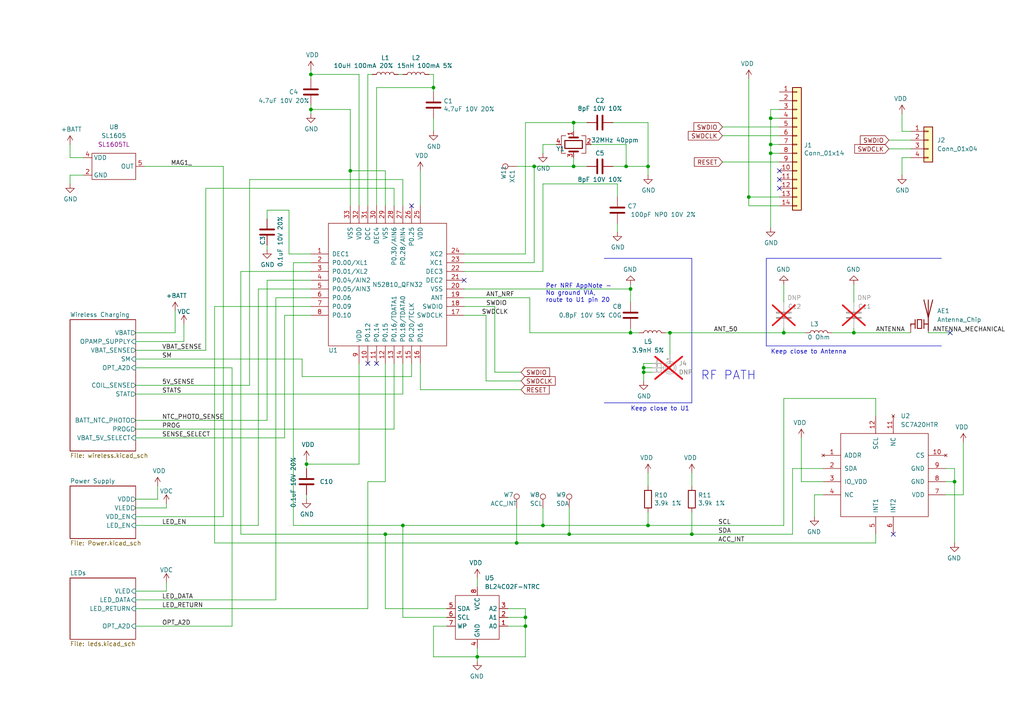
<source format=kicad_sch>
(kicad_sch (version 20250114) (generator "eeschema") (generator_version "9.0")
  (paper "A4")
  (title_block (title "Pixels D12 Schematic, Main") (date "2025-10-10") (rev "13") (company "Systemic Games, LLC") (comment 1 "Main MCU, Accelerometer and Radio"))
  (lib_symbols
    (symbol "Connector_Generic:Conn_01x04" (pin_names (offset 1.016) (hide yes))
      (property "Reference" "J" (at 0 5.08 0))
      (property "Value" "Conn_01x04" (at 0 -7.62 0))
      (symbol "Conn_01x04_1_1"
        (rectangle (start -1.27 3.81) (end 1.27 -6.35) (stroke (width 0.254)) (fill (type background)))
        (rectangle (start -1.27 2.667) (end 0 2.413) (stroke (width 0.1524)))
        (rectangle (start -1.27 0.127) (end 0 -0.127) (stroke (width 0.1524)))
        (rectangle (start -1.27 -2.413) (end 0 -2.667) (stroke (width 0.1524)))
        (rectangle (start -1.27 -4.953) (end 0 -5.207) (stroke (width 0.1524)))
        (pin passive line (at -5.08 2.54 0) (length 3.81) (name "Pin_1") (number "1"))
        (pin passive line (at -5.08 0 0) (length 3.81) (name "Pin_2") (number "2"))
        (pin passive line (at -5.08 -2.54 0) (length 3.81) (name "Pin_3") (number "3"))
        (pin passive line (at -5.08 -5.08 0) (length 3.81) (name "Pin_4") (number "4"))
      )
    )
    (symbol "Connector_Generic:Conn_01x14" (pin_names (offset 1.016) (hide yes))
      (property "Reference" "J" (at 0 17.78 0))
      (property "Value" "Conn_01x14" (at 0 -20.32 0))
      (symbol "Conn_01x14_1_1"
        (rectangle (start -1.27 16.51) (end 1.27 -19.05) (stroke (width 0.254)) (fill (type background)))
        (rectangle (start -1.27 15.367) (end 0 15.113) (stroke (width 0.1524)))
        (rectangle (start -1.27 12.827) (end 0 12.573) (stroke (width 0.1524)))
        (rectangle (start -1.27 10.287) (end 0 10.033) (stroke (width 0.1524)))
        (rectangle (start -1.27 7.747) (end 0 7.493) (stroke (width 0.1524)))
        (rectangle (start -1.27 5.207) (end 0 4.953) (stroke (width 0.1524)))
        (rectangle (start -1.27 2.667) (end 0 2.413) (stroke (width 0.1524)))
        (rectangle (start -1.27 0.127) (end 0 -0.127) (stroke (width 0.1524)))
        (rectangle (start -1.27 -2.413) (end 0 -2.667) (stroke (width 0.1524)))
        (rectangle (start -1.27 -4.953) (end 0 -5.207) (stroke (width 0.1524)))
        (rectangle (start -1.27 -7.493) (end 0 -7.747) (stroke (width 0.1524)))
        (rectangle (start -1.27 -10.033) (end 0 -10.287) (stroke (width 0.1524)))
        (rectangle (start -1.27 -12.573) (end 0 -12.827) (stroke (width 0.1524)))
        (rectangle (start -1.27 -15.113) (end 0 -15.367) (stroke (width 0.1524)))
        (rectangle (start -1.27 -17.653) (end 0 -17.907) (stroke (width 0.1524)))
        (pin passive line (at -5.08 15.24 0) (length 3.81) (name "Pin_1") (number "1"))
        (pin passive line (at -5.08 12.7 0) (length 3.81) (name "Pin_2") (number "2"))
        (pin passive line (at -5.08 10.16 0) (length 3.81) (name "Pin_3") (number "3"))
        (pin passive line (at -5.08 7.62 0) (length 3.81) (name "Pin_4") (number "4"))
        (pin passive line (at -5.08 5.08 0) (length 3.81) (name "Pin_5") (number "5"))
        (pin passive line (at -5.08 2.54 0) (length 3.81) (name "Pin_6") (number "6"))
        (pin passive line (at -5.08 0 0) (length 3.81) (name "Pin_7") (number "7"))
        (pin passive line (at -5.08 -2.54 0) (length 3.81) (name "Pin_8") (number "8"))
        (pin passive line (at -5.08 -5.08 0) (length 3.81) (name "Pin_9") (number "9"))
        (pin passive line (at -5.08 -7.62 0) (length 3.81) (name "Pin_10") (number "10"))
        (pin passive line (at -5.08 -10.16 0) (length 3.81) (name "Pin_11") (number "11"))
        (pin passive line (at -5.08 -12.7 0) (length 3.81) (name "Pin_12") (number "12"))
        (pin passive line (at -5.08 -15.24 0) (length 3.81) (name "Pin_13") (number "13"))
        (pin passive line (at -5.08 -17.78 0) (length 3.81) (name "Pin_14") (number "14"))
      )
    )
    (symbol "Device:Antenna_Chip" (pin_numbers (hide yes)) (pin_names (offset 1.016) (hide yes))
      (property "Reference" "AE" (at 0 5.08 0))
      (property "Value" "Antenna_Chip" (at 0 3.175 0))
      (symbol "Antenna_Chip_0_1"
        (polyline (pts (xy -2.54 0) (xy -2.54 -0.635)) (stroke (width 0.254)))
        (polyline (pts (xy -2.54 0) (xy -1.27 0)) (stroke (width 0.254)))
        (polyline (pts (xy -1.27 1.27) (xy -1.27 -1.27) (xy -1.27 0)) (stroke (width 0.254)))
        (polyline (pts (xy -0.635 1.27) (xy 0.635 1.27) (xy 0.635 -1.27) (xy -0.635 -1.27) (xy -0.635 1.27)) (stroke (width 0.254)))
        (polyline (pts (xy 1.27 1.27) (xy 1.27 -1.27)) (stroke (width 0.254)))
        (polyline (pts (xy 1.27 0) (xy 2.54 0)) (stroke (width 0.254)))
        (polyline (pts (xy 2.54 6.985) (xy 2.54 -1.905)) (stroke (width 0.254)))
        (polyline (pts (xy 2.54 -0.635) (xy 2.54 0)))
        (polyline (pts (xy 3.81 6.985) (xy 2.54 1.905) (xy 1.27 6.985)) (stroke (width 0.254)))
      )
      (symbol "Antenna_Chip_1_1"
        (pin input line (at -2.54 -2.54 90) (length 2.54) (name "FEED") (number "1"))
        (pin passive line (at 2.54 -2.54 90) (length 2.54) (name "PCB_Trace") (number "2"))
      )
    )
    (symbol "Device:C" (pin_numbers (hide yes)) (pin_names (offset 0.254))
      (property "Reference" "C" (at 0.635 2.54 0))
      (property "Value" "C" (at 0.635 -2.54 0))
      (symbol "C_0_1"
        (polyline (pts (xy -2.032 0.762) (xy 2.032 0.762)) (stroke (width 0.508)))
        (polyline (pts (xy -2.032 -0.762) (xy 2.032 -0.762)) (stroke (width 0.508)))
      )
      (symbol "C_1_1"
        (pin passive line (at 0 3.81 270) (length 2.794) (name "~") (number "1"))
        (pin passive line (at 0 -3.81 90) (length 2.794) (name "~") (number "2"))
      )
    )
    (symbol "Device:Crystal_GND24" (pin_names (offset 1.016) (hide yes))
      (property "Reference" "Y" (at 3.175 5.08 0))
      (property "Value" "Crystal_GND24" (at 3.175 3.175 0))
      (symbol "Crystal_GND24_0_1"
        (polyline (pts (xy -2.54 2.286) (xy -2.54 3.556) (xy 2.54 3.556) (xy 2.54 2.286)))
        (polyline (pts (xy -2.54 0) (xy -2.032 0)))
        (polyline (pts (xy -2.54 -2.286) (xy -2.54 -3.556) (xy 2.54 -3.556) (xy 2.54 -2.286)))
        (polyline (pts (xy -2.032 -1.27) (xy -2.032 1.27)) (stroke (width 0.508)))
        (rectangle (start -1.143 2.54) (end 1.143 -2.54) (stroke (width 0.3048)))
        (polyline (pts (xy 0 3.556) (xy 0 3.81)))
        (polyline (pts (xy 0 -3.81) (xy 0 -3.556)))
        (polyline (pts (xy 2.032 0) (xy 2.54 0)))
        (polyline (pts (xy 2.032 -1.27) (xy 2.032 1.27)) (stroke (width 0.508)))
      )
      (symbol "Crystal_GND24_1_1"
        (pin passive line (at -3.81 0 0) (length 1.27) (name "1") (number "1"))
        (pin passive line (at 0 5.08 270) (length 1.27) (name "2") (number "2"))
        (pin passive line (at 0 -5.08 90) (length 1.27) (name "4") (number "4"))
        (pin passive line (at 3.81 0 180) (length 1.27) (name "3") (number "3"))
      )
    )
    (symbol "Device:L" (pin_numbers (hide yes)) (pin_names (offset 1.016) (hide yes))
      (property "Reference" "L" (at -1.27 0 90))
      (property "Value" "L" (at 1.905 0 90))
      (symbol "L_0_1"
        (arc (start 0 2.54) (mid 0.6323 1.905) (end 0 1.27))
        (arc (start 0 1.27) (mid 0.6323 0.635) (end 0 0))
        (arc (start 0 0) (mid 0.6323 -0.635) (end 0 -1.27))
        (arc (start 0 -1.27) (mid 0.6323 -1.905) (end 0 -2.54))
      )
      (symbol "L_1_1"
        (pin passive line (at 0 3.81 270) (length 1.27) (name "1") (number "1"))
        (pin passive line (at 0 -3.81 90) (length 1.27) (name "2") (number "2"))
      )
    )
    (symbol "Device:R" (pin_numbers (hide yes)) (pin_names (offset 0))
      (property "Reference" "R" (at 2.032 0 90))
      (property "Value" "R" (at 0 0 90))
      (symbol "R_0_1"
        (rectangle (start -1.016 -2.54) (end 1.016 2.54) (stroke (width 0.254)))
      )
      (symbol "R_1_1"
        (pin passive line (at 0 3.81 270) (length 1.27) (name "~") (number "1"))
        (pin passive line (at 0 -3.81 90) (length 1.27) (name "~") (number "2"))
      )
    )
    (symbol "Pixels-dice:BL24C02F-NTRC"
      (property "Reference" "U" (at 2.286 -11.176 0))
      (property "Value" "BL24C02F-NTRC" (at 9.398 -9.144 0))
      (symbol "BL24C02F-NTRC_0_1"
        (rectangle (start -6.35 6.35) (end 6.35 -6.35))
      )
      (symbol "BL24C02F-NTRC_1_1"
        (pin bidirectional line (at -8.89 2.54 0) (length 2.54) (name "SDA") (number "5"))
        (pin input line (at -8.89 0 0) (length 2.54) (name "SCL") (number "6"))
        (pin input line (at -8.89 -2.54 0) (length 2.54) (name "WP") (number "7"))
        (pin power_in line (at 0 8.89 270) (length 2.54) (name "VCC") (number "8"))
        (pin power_in line (at 0 -8.89 90) (length 2.54) (name "GND") (number "4"))
        (pin input line (at 8.89 2.54 180) (length 2.54) (name "A2") (number "3"))
        (pin input line (at 8.89 0 180) (length 2.54) (name "A1") (number "2"))
        (pin input line (at 8.89 -2.54 180) (length 2.54) (name "A0") (number "1"))
      )
    )
    (symbol "Pixels-dice:N52810_QFN32" (pin_names (offset 1.016))
      (property "Reference" "U" (at 13.97 -19.05 0))
      (property "Value" "N52810_QFN32" (at 2.54 0 0))
      (symbol "N52810_QFN32_0_1"
        (rectangle (start -17.78 17.78) (end 16.51 -17.78))
      )
      (symbol "N52810_QFN32_1_1"
        (pin power_out line (at -22.86 8.89 0) (length 5.08) (name "DEC1") (number "1"))
        (pin bidirectional line (at -22.86 6.35 0) (length 5.08) (name "P0.00/XL1") (number "2"))
        (pin bidirectional line (at -22.86 3.81 0) (length 5.08) (name "P0.01/XL2") (number "3"))
        (pin bidirectional line (at -22.86 1.27 0) (length 5.08) (name "P0.04/AIN2") (number "4"))
        (pin bidirectional line (at -22.86 -1.27 0) (length 5.08) (name "P0.05/AIN3") (number "5"))
        (pin bidirectional line (at -22.86 -3.81 0) (length 5.08) (name "P0.06") (number "6"))
        (pin bidirectional line (at -22.86 -6.35 0) (length 5.08) (name "P0.09") (number "7"))
        (pin bidirectional line (at -22.86 -8.89 0) (length 5.08) (name "P0.10") (number "8"))
        (pin power_in line (at -11.43 22.86 270) (length 5.08) (name "VSS") (number "33"))
        (pin power_in line (at -8.89 22.86 270) (length 5.08) (name "VDD") (number "32"))
        (pin power_in line (at -8.89 -22.86 90) (length 5.08) (name "VDD") (number "9"))
        (pin output line (at -6.35 22.86 270) (length 5.08) (name "DCC") (number "31"))
        (pin bidirectional line (at -6.35 -22.86 90) (length 5.08) (name "P0.12") (number "10"))
        (pin output line (at -3.81 22.86 270) (length 5.08) (name "DEC4") (number "30"))
        (pin bidirectional line (at -3.81 -22.86 90) (length 5.08) (name "P0.14") (number "11"))
        (pin power_in line (at -1.27 22.86 270) (length 5.08) (name "VSS") (number "29"))
        (pin bidirectional line (at -1.27 -22.86 90) (length 5.08) (name "P0.15") (number "12"))
        (pin bidirectional line (at 1.27 22.86 270) (length 5.08) (name "P0.30/AIN6") (number "28"))
        (pin bidirectional line (at 1.27 -22.86 90) (length 5.08) (name "P0.16/TDATA1") (number "13"))
        (pin bidirectional line (at 3.81 22.86 270) (length 5.08) (name "P0.28/AIN4") (number "27"))
        (pin bidirectional line (at 3.81 -22.86 90) (length 5.08) (name "P0.18/TDATA0") (number "14"))
        (pin bidirectional line (at 6.35 22.86 270) (length 5.08) (name "P0.25") (number "26"))
        (pin bidirectional line (at 6.35 -22.86 90) (length 5.08) (name "P0.20/TCLK") (number "15"))
        (pin power_in line (at 8.89 22.86 270) (length 5.08) (name "VDD") (number "25"))
        (pin bidirectional line (at 8.89 -22.86 90) (length 5.08) (name "P0.16") (number "16"))
        (pin input line (at 21.59 8.89 180) (length 5.08) (name "XC2") (number "24"))
        (pin output line (at 21.59 6.35 180) (length 5.08) (name "XC1") (number "23"))
        (pin output line (at 21.59 3.81 180) (length 5.08) (name "DEC3") (number "22"))
        (pin output line (at 21.59 1.27 180) (length 5.08) (name "DEC2") (number "21"))
        (pin output line (at 21.59 -1.27 180) (length 5.08) (name "VSS") (number "20"))
        (pin output line (at 21.59 -3.81 180) (length 5.08) (name "ANT") (number "19"))
        (pin bidirectional line (at 21.59 -6.35 180) (length 5.08) (name "SWDIO") (number "18"))
        (pin bidirectional line (at 21.59 -8.89 180) (length 5.08) (name "SWDCLK") (number "17"))
      )
    )
    (symbol "Pixels-dice:SC7A20HTR" (pin_names (offset 1.016))
      (property "Reference" "U" (at 10.16 -12.7 0))
      (property "Value" "SC7A20HTR" (at 8.89 13.97 0))
      (symbol "SC7A20HTR_0_1"
        (rectangle (start -12.7 12.7) (end 12.7 -11.43))
      )
      (symbol "SC7A20HTR_1_1"
        (pin no_connect line (at -17.78 6.35 0) (length 5.08) (name "ADDR") (number "1"))
        (pin bidirectional line (at -17.78 2.54 0) (length 5.08) (name "SDA") (number "2"))
        (pin power_in line (at -17.78 -1.27 0) (length 5.08) (name "IO_VDD") (number "3"))
        (pin input line (at -17.78 -5.08 0) (length 5.08) (name "NC") (number "4"))
        (pin input line (at -2.54 17.78 270) (length 5.08) (name "SCL") (number "12"))
        (pin output line (at -2.54 -16.51 90) (length 5.08) (name "INT1") (number "5"))
        (pin no_connect line (at 2.54 17.78 270) (length 5.08) (name "NC") (number "11"))
        (pin output line (at 2.54 -16.51 90) (length 5.08) (name "INT2") (number "6"))
        (pin no_connect line (at 17.78 6.35 180) (length 5.08) (name "CS") (number "10"))
        (pin power_in line (at 17.78 2.54 180) (length 5.08) (name "GND") (number "9"))
        (pin power_in line (at 17.78 -1.27 180) (length 5.08) (name "GND") (number "8"))
        (pin power_in line (at 17.78 -5.08 180) (length 5.08) (name "VDD") (number "7"))
      )
    )
    (symbol "Pixels-dice:SL1605"
      (property "Reference" "U" (at 4.064 -5.08 0))
      (property "Value" "SL1605" (at 0 5.588 0))
      (symbol "SL1605_0_1"
        (rectangle (start -6.35 3.81) (end 6.35 -3.81))
      )
      (symbol "SL1605_1_1"
        (pin power_in line (at -8.89 2.54 0) (length 2.54) (name "VDD") (number "4"))
        (pin power_in line (at -8.89 -2.54 0) (length 2.54) (name "GND") (number "2"))
        (pin output line (at 8.89 0 180) (length 2.54) (name "OUT") (number "5"))
      )
    )
    (symbol "Pixels-dice:TEST_1P-conn" (pin_numbers (hide yes)) (pin_names (offset 0.762) (hide yes))
      (property "Reference" "W" (at 0 6.858 0))
      (property "Value" "TEST_1P-conn" (at 0 5.08 0))
      (symbol "TEST_1P-conn_0_1"
        (circle (center 0 3.302) (radius 0.762))
      )
      (symbol "TEST_1P-conn_1_1"
        (pin passive line (at 0 0 90) (length 2.54) (name "1") (number "1"))
      )
    )
    (symbol "Pixels-dice:W.FL"
      (property "Reference" "J" (at 3.81 -1.27 0))
      (property "Value" "W.FL" (at 4.445 1.27 0))
      (symbol "W.FL_0_1"
        (polyline (pts (xy -1.27 -2.54) (xy 1.27 -2.54)))
        (circle (center 0 0) (radius 1.27))
        (circle (center 0 0) (radius 1.7961))
        (polyline (pts (xy 0 -2.54) (xy 0 -1.905)))
      )
      (symbol "W.FL_1_1"
        (pin passive line (at -3.81 0 0) (length 2.54) (name "RF") (number "4"))
        (pin passive line (at -1.27 -5.08 90) (length 2.54) (name "") (number "2"))
        (pin passive line (at 0 -5.08 90) (length 2.54) (name "") (number "3"))
        (pin passive line (at 1.27 -5.08 90) (length 2.54) (name "") (number "1"))
      )
    )
    (symbol "power:+BATT" (power) (pin_names (offset 0))
      (property "Value" "+BATT" (at 0 3.556 0))
      (symbol "+BATT_0_1"
        (polyline (pts (xy -0.762 1.27) (xy 0 2.54)))
        (polyline (pts (xy 0 2.54) (xy 0.762 1.27)))
        (polyline (pts (xy 0 0) (xy 0 2.54)))
      )
      (symbol "+BATT_1_1"
        (pin power_in line (at 0 0 90) (length 0) (hide yes) (name "+BATT") (number "1"))
      )
    )
    (symbol "power:GND" (power) (pin_names (offset 0))
      (property "Value" "GND" (at 0 -3.81 0))
      (symbol "GND_0_1"
        (polyline (pts (xy 0 0) (xy 0 -1.27) (xy 1.27 -1.27) (xy 0 -2.54) (xy -1.27 -1.27) (xy 0 -1.27)))
      )
      (symbol "GND_1_1"
        (pin power_in line (at 0 0 270) (length 0) (hide yes) (name "GND") (number "1"))
      )
    )
    (symbol "power:VDC" (power) (pin_names (offset 0))
      (property "Value" "VDC" (at 0 6.35 0))
      (symbol "VDC_0_1"
        (polyline (pts (xy -0.762 1.27) (xy 0 2.54)))
        (polyline (pts (xy 0 2.54) (xy 0.762 1.27)))
        (polyline (pts (xy 0 0) (xy 0 2.54)))
      )
      (symbol "VDC_1_1"
        (pin power_in line (at 0 0 90) (length 0) (hide yes) (name "VDC") (number "1"))
      )
    )
    (symbol "power:VDD" (power) (pin_names (offset 0))
      (property "Value" "VDD" (at 0 3.81 0))
      (symbol "VDD_0_1"
        (polyline (pts (xy -0.762 1.27) (xy 0 2.54)))
        (polyline (pts (xy 0 2.54) (xy 0.762 1.27)))
        (polyline (pts (xy 0 0) (xy 0 2.54)))
      )
      (symbol "VDD_1_1"
        (pin power_in line (at 0 0 90) (length 0) (hide yes) (name "VDD") (number "1"))
      )
    )
  )
  (text "Per NRF AppNote -\nNo ground VIA,\nroute to U1 pin 20" (at 158.242 87.884 0) (effects (font (size 1.27 1.27)) (justify left bottom)))
  (text "RF PATH" (at 203.2 110.49 0) (effects (font (size 2.54 2.54)) (justify left bottom)))
  (text "Keep close to Antenna" (at 223.52 102.87 0) (effects (font (size 1.27 1.27)) (justify left bottom)))
  (text "Keep close to U1" (at 182.88 119.38 0) (effects (font (size 1.27 1.27)) (justify left bottom)))
  (junction (at 138.43 190.5))
  (junction (at 101.6 49.53))
  (junction (at 181.61 48.26))
  (junction (at 116.84 152.4))
  (junction (at 194.31 96.52))
  (junction (at 187.96 152.4))
  (junction (at 166.37 48.26))
  (junction (at 223.52 41.91))
  (junction (at 149.86 157.48))
  (junction (at 165.1 154.94))
  (junction (at 200.66 154.94))
  (junction (at 182.88 96.52))
  (junction (at 227.33 96.52))
  (junction (at 125.73 25.4))
  (junction (at 182.88 83.82))
  (junction (at 152.4 181.61))
  (junction (at 90.17 21.59))
  (junction (at 223.52 34.29))
  (junction (at 88.9 134.62))
  (junction (at 247.65 96.52))
  (junction (at 187.96 48.26))
  (junction (at 217.17 57.15))
  (junction (at 157.48 152.4))
  (junction (at 90.17 31.75))
  (junction (at 152.4 179.07))
  (junction (at 223.52 44.45))
  (junction (at 186.69 107.95))
  (junction (at 276.86 139.7))
  (junction (at 154.94 48.26))
  (junction (at 166.37 35.56))
  (junction (at 111.76 154.94))
  (junction (at 186.69 106.68))
  (no_connect (at 275.59 96.52))
  (no_connect (at 119.38 59.69))
  (no_connect (at 226.06 49.53))
  (no_connect (at 259.08 154.94))
  (no_connect (at 226.06 52.07))
  (no_connect (at 134.62 81.28))
  (no_connect (at 106.68 105.41))
  (no_connect (at 226.06 54.61))
  (no_connect (at 109.22 105.41))
  (wire (pts (xy 101.6 31.75) (xy 90.17 31.75)))
  (wire (pts (xy 101.6 59.69) (xy 101.6 49.53)))
  (wire (pts (xy 125.73 190.5) (xy 138.43 190.5)))
  (wire (pts (xy 209.55 46.99) (xy 226.06 46.99)))
  (wire (pts (xy 149.86 147.32) (xy 149.86 157.48)))
  (wire (pts (xy 119.38 109.22) (xy 119.38 105.41)))
  (wire (pts (xy 181.61 41.91) (xy 181.61 48.26)))
  (wire (pts (xy 72.39 52.07) (xy 116.84 52.07)))
  (wire (pts (xy 69.85 154.94) (xy 69.85 78.74)))
  (wire (pts (xy 149.86 48.26) (xy 154.94 48.26)))
  (wire (pts (xy 62.23 88.9) (xy 62.23 157.48)))
  (wire (pts (xy 154.94 76.2) (xy 154.94 48.26)))
  (wire (pts (xy 90.17 20.32) (xy 90.17 21.59)))
  (wire (pts (xy 67.31 106.68) (xy 67.31 181.61)))
  (wire (pts (xy 48.26 146.05) (xy 48.26 147.32)))
  (wire (pts (xy 152.4 181.61) (xy 152.4 190.5)))
  (wire (pts (xy 67.31 181.61) (xy 39.37 181.61)))
  (wire (pts (xy 177.8 48.26) (xy 181.61 48.26)))
  (wire (pts (xy 140.97 110.49) (xy 151.13 110.49)))
  (wire (pts (xy 39.37 104.14) (xy 87.63 104.14)))
  (wire (pts (xy 77.47 81.28) (xy 77.47 121.92)))
  (wire (pts (xy 223.52 31.75) (xy 223.52 34.29)))
  (polyline (pts (xy 222.25 74.93) (xy 222.25 100.33)))
  (wire (pts (xy 134.62 73.66) (xy 152.4 73.66)))
  (wire (pts (xy 187.96 35.56) (xy 187.96 48.26)))
  (wire (pts (xy 39.37 173.99) (xy 80.01 173.99)))
  (wire (pts (xy 166.37 35.56) (xy 170.18 35.56)))
  (wire (pts (xy 217.17 57.15) (xy 217.17 59.69)))
  (wire (pts (xy 189.23 106.68) (xy 186.69 106.68)))
  (wire (pts (xy 77.47 81.28) (xy 90.17 81.28)))
  (wire (pts (xy 111.76 154.94) (xy 69.85 154.94)))
  (wire (pts (xy 226.06 57.15) (xy 217.17 57.15)))
  (wire (pts (xy 39.37 114.3) (xy 116.84 114.3)))
  (polyline (pts (xy 222.25 100.33) (xy 273.05 100.33)))
  (wire (pts (xy 134.62 86.36) (xy 153.67 86.36)))
  (wire (pts (xy 39.37 147.32) (xy 48.26 147.32)))
  (wire (pts (xy 152.4 179.07) (xy 152.4 181.61)))
  (wire (pts (xy 116.84 152.4) (xy 116.84 179.07)))
  (wire (pts (xy 186.69 105.41) (xy 186.69 106.68)))
  (wire (pts (xy 226.06 44.45) (xy 223.52 44.45)))
  (wire (pts (xy 125.73 34.29) (xy 125.73 38.1)))
  (wire (pts (xy 39.37 111.76) (xy 72.39 111.76)))
  (wire (pts (xy 107.95 21.59) (xy 106.68 21.59)))
  (wire (pts (xy 39.37 171.45) (xy 48.26 171.45)))
  (wire (pts (xy 88.9 134.62) (xy 88.9 135.89)))
  (wire (pts (xy 182.88 95.25) (xy 182.88 96.52)))
  (wire (pts (xy 134.62 83.82) (xy 182.88 83.82)))
  (wire (pts (xy 88.9 134.62) (xy 104.14 134.62)))
  (wire (pts (xy 149.86 157.48) (xy 254 157.48)))
  (wire (pts (xy 121.92 113.03) (xy 151.13 113.03)))
  (wire (pts (xy 39.37 127) (xy 82.55 127)))
  (wire (pts (xy 39.37 149.86) (xy 64.77 149.86)))
  (wire (pts (xy 90.17 88.9) (xy 62.23 88.9)))
  (wire (pts (xy 152.4 73.66) (xy 152.4 35.56)))
  (wire (pts (xy 53.34 93.98) (xy 53.34 99.06)))
  (wire (pts (xy 134.62 88.9) (xy 143.51 88.9)))
  (wire (pts (xy 226.06 34.29) (xy 223.52 34.29)))
  (wire (pts (xy 153.67 96.52) (xy 182.88 96.52)))
  (wire (pts (xy 39.37 106.68) (xy 67.31 106.68)))
  (wire (pts (xy 254 115.57) (xy 227.33 115.57)))
  (wire (pts (xy 114.3 59.69) (xy 114.3 54.61)))
  (wire (pts (xy 88.9 134.62) (xy 88.9 133.35)))
  (wire (pts (xy 189.23 107.95) (xy 186.69 107.95)))
  (wire (pts (xy 143.51 107.95) (xy 151.13 107.95)))
  (wire (pts (xy 254 120.65) (xy 254 115.57)))
  (wire (pts (xy 147.32 176.53) (xy 152.4 176.53)))
  (wire (pts (xy 161.29 41.91) (xy 157.48 41.91)))
  (wire (pts (xy 257.81 43.18) (xy 264.16 43.18)))
  (wire (pts (xy 90.17 21.59) (xy 90.17 22.86)))
  (wire (pts (xy 111.76 105.41) (xy 111.76 139.7)))
  (wire (pts (xy 41.91 48.26) (xy 64.77 48.26)))
  (wire (pts (xy 59.69 54.61) (xy 59.69 101.6)))
  (wire (pts (xy 236.22 143.51) (xy 236.22 149.86)))
  (wire (pts (xy 121.92 49.53) (xy 121.92 59.69)))
  (wire (pts (xy 90.17 86.36) (xy 80.01 86.36)))
  (wire (pts (xy 125.73 25.4) (xy 125.73 26.67)))
  (wire (pts (xy 45.72 144.78) (xy 45.72 140.97)))
  (wire (pts (xy 186.69 106.68) (xy 186.69 107.95)))
  (wire (pts (xy 274.32 139.7) (xy 276.86 139.7)))
  (wire (pts (xy 194.31 96.52) (xy 194.31 102.87)))
  (wire (pts (xy 209.55 39.37) (xy 226.06 39.37)))
  (wire (pts (xy 152.4 190.5) (xy 138.43 190.5)))
  (wire (pts (xy 125.73 181.61) (xy 125.73 190.5)))
  (wire (pts (xy 124.46 21.59) (xy 125.73 21.59)))
  (wire (pts (xy 125.73 25.4) (xy 109.22 25.4)))
  (wire (pts (xy 165.1 154.94) (xy 200.66 154.94)))
  (wire (pts (xy 193.04 96.52) (xy 194.31 96.52)))
  (wire (pts (xy 177.8 35.56) (xy 187.96 35.56)))
  (wire (pts (xy 200.66 148.59) (xy 200.66 154.94)))
  (wire (pts (xy 20.32 41.91) (xy 20.32 45.72)))
  (wire (pts (xy 39.37 124.46) (xy 114.3 124.46)))
  (polyline (pts (xy 175.26 116.84) (xy 200.66 116.84)))
  (wire (pts (xy 134.62 78.74) (xy 157.48 78.74)))
  (wire (pts (xy 152.4 176.53) (xy 152.4 179.07)))
  (wire (pts (xy 279.4 143.51) (xy 274.32 143.51)))
  (wire (pts (xy 154.94 48.26) (xy 166.37 48.26)))
  (wire (pts (xy 247.65 82.55) (xy 247.65 87.63)))
  (wire (pts (xy 39.37 99.06) (xy 53.34 99.06)))
  (wire (pts (xy 187.96 148.59) (xy 187.96 152.4)))
  (wire (pts (xy 147.32 181.61) (xy 152.4 181.61)))
  (wire (pts (xy 209.55 36.83) (xy 226.06 36.83)))
  (wire (pts (xy 227.33 96.52) (xy 233.68 96.52)))
  (wire (pts (xy 64.77 149.86) (xy 64.77 48.26)))
  (wire (pts (xy 194.31 96.52) (xy 227.33 96.52)))
  (wire (pts (xy 238.76 135.89) (xy 229.87 135.89)))
  (wire (pts (xy 59.69 54.61) (xy 114.3 54.61)))
  (wire (pts (xy 62.23 157.48) (xy 149.86 157.48)))
  (wire (pts (xy 254 154.94) (xy 254 157.48)))
  (wire (pts (xy 138.43 167.64) (xy 138.43 170.18)))
  (polyline (pts (xy 200.66 74.93) (xy 200.66 116.84)))
  (wire (pts (xy 166.37 48.26) (xy 170.18 48.26)))
  (wire (pts (xy 114.3 105.41) (xy 114.3 124.46)))
  (wire (pts (xy 182.88 82.55) (xy 182.88 83.82)))
  (wire (pts (xy 24.13 50.8) (xy 20.32 50.8)))
  (wire (pts (xy 111.76 139.7) (xy 106.68 139.7)))
  (wire (pts (xy 179.07 53.34) (xy 179.07 57.15)))
  (wire (pts (xy 261.62 33.02) (xy 261.62 38.1)))
  (wire (pts (xy 88.9 143.51) (xy 88.9 144.78)))
  (wire (pts (xy 90.17 31.75) (xy 90.17 33.02)))
  (wire (pts (xy 80.01 86.36) (xy 80.01 173.99)))
  (wire (pts (xy 200.66 137.16) (xy 200.66 140.97)))
  (wire (pts (xy 157.48 152.4) (xy 187.96 152.4)))
  (wire (pts (xy 85.09 76.2) (xy 90.17 76.2)))
  (wire (pts (xy 138.43 190.5) (xy 138.43 191.77)))
  (wire (pts (xy 134.62 76.2) (xy 154.94 76.2)))
  (wire (pts (xy 116.84 52.07) (xy 116.84 59.69)))
  (wire (pts (xy 152.4 35.56) (xy 166.37 35.56)))
  (wire (pts (xy 72.39 52.07) (xy 72.39 111.76)))
  (wire (pts (xy 39.37 144.78) (xy 45.72 144.78)))
  (wire (pts (xy 20.32 50.8) (xy 20.32 53.34)))
  (wire (pts (xy 186.69 107.95) (xy 186.69 110.49)))
  (wire (pts (xy 39.37 121.92) (xy 77.47 121.92)))
  (wire (pts (xy 125.73 21.59) (xy 125.73 25.4)))
  (wire (pts (xy 200.66 154.94) (xy 229.87 154.94)))
  (wire (pts (xy 241.3 96.52) (xy 247.65 96.52)))
  (wire (pts (xy 74.93 83.82) (xy 74.93 152.4)))
  (wire (pts (xy 238.76 143.51) (xy 236.22 143.51)))
  (wire (pts (xy 217.17 22.86) (xy 217.17 57.15)))
  (wire (pts (xy 238.76 139.7) (xy 232.41 139.7)))
  (wire (pts (xy 276.86 139.7) (xy 276.86 157.48)))
  (wire (pts (xy 90.17 73.66) (xy 83.82 73.66)))
  (wire (pts (xy 227.33 82.55) (xy 227.33 87.63)))
  (wire (pts (xy 232.41 127) (xy 232.41 139.7)))
  (wire (pts (xy 104.14 21.59) (xy 90.17 21.59)))
  (wire (pts (xy 261.62 38.1) (xy 264.16 38.1)))
  (wire (pts (xy 140.97 91.44) (xy 140.97 110.49)))
  (wire (pts (xy 101.6 49.53) (xy 101.6 31.75)))
  (wire (pts (xy 223.52 44.45) (xy 223.52 66.04)))
  (wire (pts (xy 171.45 41.91) (xy 181.61 41.91)))
  (polyline (pts (xy 175.26 74.93) (xy 200.66 74.93)))
  (wire (pts (xy 90.17 83.82) (xy 74.93 83.82)))
  (wire (pts (xy 229.87 135.89) (xy 229.87 154.94)))
  (wire (pts (xy 276.86 135.89) (xy 276.86 139.7)))
  (wire (pts (xy 111.76 154.94) (xy 111.76 176.53)))
  (wire (pts (xy 226.06 41.91) (xy 223.52 41.91)))
  (wire (pts (xy 106.68 139.7) (xy 106.68 176.53)))
  (wire (pts (xy 121.92 113.03) (xy 121.92 105.41)))
  (wire (pts (xy 153.67 86.36) (xy 153.67 96.52)))
  (polyline (pts (xy 222.25 74.93) (xy 273.05 74.93)))
  (wire (pts (xy 134.62 91.44) (xy 140.97 91.44)))
  (wire (pts (xy 165.1 147.32) (xy 165.1 154.94)))
  (wire (pts (xy 274.32 135.89) (xy 276.86 135.89)))
  (wire (pts (xy 77.47 71.12) (xy 77.47 72.39)))
  (wire (pts (xy 111.76 176.53) (xy 129.54 176.53)))
  (wire (pts (xy 111.76 59.69) (xy 111.76 49.53)))
  (wire (pts (xy 87.63 109.22) (xy 119.38 109.22)))
  (wire (pts (xy 106.68 21.59) (xy 106.68 59.69)))
  (wire (pts (xy 111.76 49.53) (xy 101.6 49.53)))
  (wire (pts (xy 223.52 41.91) (xy 223.52 44.45)))
  (wire (pts (xy 138.43 187.96) (xy 138.43 190.5)))
  (wire (pts (xy 157.48 147.32) (xy 157.48 152.4)))
  (wire (pts (xy 83.82 60.96) (xy 77.47 60.96)))
  (wire (pts (xy 39.37 176.53) (xy 106.68 176.53)))
  (wire (pts (xy 116.84 152.4) (xy 157.48 152.4)))
  (wire (pts (xy 187.96 137.16) (xy 187.96 140.97)))
  (wire (pts (xy 261.62 45.72) (xy 261.62 50.8)))
  (wire (pts (xy 143.51 88.9) (xy 143.51 107.95)))
  (wire (pts (xy 129.54 179.07) (xy 116.84 179.07)))
  (wire (pts (xy 87.63 104.14) (xy 87.63 109.22)))
  (wire (pts (xy 90.17 30.48) (xy 90.17 31.75)))
  (wire (pts (xy 279.4 128.27) (xy 279.4 143.51)))
  (wire (pts (xy 157.48 53.34) (xy 157.48 78.74)))
  (wire (pts (xy 20.32 45.72) (xy 24.13 45.72)))
  (wire (pts (xy 109.22 25.4) (xy 109.22 59.69)))
  (wire (pts (xy 181.61 48.26) (xy 187.96 48.26)))
  (wire (pts (xy 247.65 96.52) (xy 264.16 96.52)))
  (wire (pts (xy 147.32 179.07) (xy 152.4 179.07)))
  (wire (pts (xy 39.37 152.4) (xy 74.93 152.4)))
  (wire (pts (xy 223.52 31.75) (xy 226.06 31.75)))
  (wire (pts (xy 39.37 96.52) (xy 50.8 96.52)))
  (wire (pts (xy 187.96 152.4) (xy 227.33 152.4)))
  (wire (pts (xy 182.88 83.82) (xy 182.88 87.63)))
  (wire (pts (xy 179.07 64.77) (xy 179.07 67.31)))
  (wire (pts (xy 223.52 34.29) (xy 223.52 41.91)))
  (wire (pts (xy 157.48 41.91) (xy 157.48 44.45)))
  (wire (pts (xy 115.57 21.59) (xy 116.84 21.59)))
  (wire (pts (xy 261.62 45.72) (xy 264.16 45.72)))
  (wire (pts (xy 187.96 48.26) (xy 187.96 50.8)))
  (wire (pts (xy 166.37 45.72) (xy 166.37 48.26)))
  (wire (pts (xy 116.84 114.3) (xy 116.84 105.41)))
  (wire (pts (xy 111.76 154.94) (xy 165.1 154.94)))
  (wire (pts (xy 166.37 38.1) (xy 166.37 35.56)))
  (wire (pts (xy 179.07 53.34) (xy 157.48 53.34)))
  (wire (pts (xy 82.55 91.44) (xy 82.55 127)))
  (wire (pts (xy 247.65 95.25) (xy 247.65 96.52)))
  (wire (pts (xy 269.24 96.52) (xy 275.59 96.52)))
  (wire (pts (xy 83.82 60.96) (xy 83.82 73.66)))
  (wire (pts (xy 182.88 96.52) (xy 185.42 96.52)))
  (wire (pts (xy 77.47 60.96) (xy 77.47 63.5)))
  (wire (pts (xy 48.26 168.91) (xy 48.26 171.45)))
  (wire (pts (xy 104.14 21.59) (xy 104.14 59.69)))
  (wire (pts (xy 85.09 152.4) (xy 116.84 152.4)))
  (wire (pts (xy 129.54 181.61) (xy 125.73 181.61)))
  (wire (pts (xy 227.33 115.57) (xy 227.33 152.4)))
  (wire (pts (xy 189.23 105.41) (xy 186.69 105.41)))
  (wire (pts (xy 69.85 78.74) (xy 90.17 78.74)))
  (wire (pts (xy 217.17 59.69) (xy 226.06 59.69)))
  (wire (pts (xy 85.09 76.2) (xy 85.09 152.4)))
  (wire (pts (xy 104.14 105.41) (xy 104.14 134.62)))
  (wire (pts (xy 50.8 90.17) (xy 50.8 96.52)))
  (wire (pts (xy 90.17 91.44) (xy 82.55 91.44)))
  (wire (pts (xy 257.81 40.64) (xy 264.16 40.64)))
  (wire (pts (xy 227.33 95.25) (xy 227.33 96.52)))
  (wire (pts (xy 39.37 101.6) (xy 59.69 101.6)))
  (label "ANTENNA_MECHANICAL" (at 270.51 96.52 0))
  (label "PROG" (at 46.99 124.46 0))
  (label "ACC_INT" (at 208.28 157.48 0))
  (label "ANT_50" (at 207.01 96.52 0))
  (label "SWDCLK" (at 139.7 91.44 0))
  (label "VBAT_SENSE" (at 46.99 101.6 0))
  (label "SENSE_SELECT" (at 46.99 127 0))
  (label "5V_SENSE" (at 46.99 111.76 0))
  (label "NTC_PHOTO_SENSE" (at 46.99 121.92 0))
  (label "ANT_NRF" (at 140.97 86.36 0))
  (label "SDA" (at 208.28 154.94 0))
  (label "SM" (at 46.99 104.14 0))
  (label "LED_EN" (at 46.99 152.4 0))
  (label "ANTENNA" (at 254 96.52 0))
  (label "SWDIO" (at 140.97 88.9 0))
  (label "MAG1_" (at 49.53 48.26 0))
  (label "LED_RETURN" (at 46.99 176.53 0))
  (label "LED_DATA" (at 46.99 173.99 0))
  (label "SCL" (at 208.28 152.4 0))
  (label "OPT_A2D" (at 46.99 181.61 0))
  (label "STATS" (at 46.99 114.3 0))
  (global_label "SWDCLK" (shape input) (at 257.81 43.18 180) (property "Intersheetrefs" "${INTERSHEET_REFS}" (effects (hide yes))))
  (global_label "SWDIO" (shape input) (at 151.13 107.95 0) (property "Intersheetrefs" "${INTERSHEET_REFS}" (effects (hide yes))))
  (global_label "SWDCLK" (shape input) (at 209.55 39.37 180) (property "Intersheetrefs" "${INTERSHEET_REFS}" (effects (hide yes))))
  (global_label "RESET" (shape input) (at 209.55 46.99 180) (property "Intersheetrefs" "${INTERSHEET_REFS}" (effects (hide yes))))
  (global_label "SWDCLK" (shape input) (at 151.13 110.49 0) (property "Intersheetrefs" "${INTERSHEET_REFS}" (effects (hide yes))))
  (global_label "RESET" (shape input) (at 151.13 113.03 0) (property "Intersheetrefs" "${INTERSHEET_REFS}" (effects (hide yes))))
  (global_label "SWDIO" (shape input) (at 209.55 36.83 180) (property "Intersheetrefs" "${INTERSHEET_REFS}" (effects (hide yes))))
  (global_label "SWDIO" (shape input) (at 257.81 40.64 180) (property "Intersheetrefs" "${INTERSHEET_REFS}" (effects (hide yes))))
  (symbol (lib_id "power:GND") (at 88.9 144.78 0) (unit 1)
    (property "Reference" "#PWR016" (effects (hide yes)))
    (property "Value" "GND" (at 89.027 149.1742 0))
  )
  (symbol (lib_id "power:VDD") (at 88.9 133.35 0) (unit 1)
    (property "Reference" "#PWR014" (effects (hide yes)))
    (property "Value" "VDD" (at 89.3318 128.9558 0))
  )
  (symbol (lib_id "Device:C") (at 88.9 139.7 0) (unit 1)
    (property "Reference" "C10" (at 92.71 139.7 0) (effects (justify left)))
    (property "Value" "0.1uF 10V 20%" (at 85.09 147.32 90) (effects (justify left)))
    (property "Footprint" "Capacitor_SMD:C_0201_0603Metric" (effects (hide yes)))
    (property "Generic OK" "YES" (effects (hide yes)))
    (property "Manufacturer" "HRE" (effects (hide yes)))
    (property "Part Number" "CGA0201X5R104K100ET" (effects (hide yes)))
    (property "LCSC Part #" "C6119757" (effects (hide yes)))
  )
  (symbol (lib_id "power:GND") (at 90.17 33.02 0) (unit 1)
    (property "Reference" "#PWR08" (effects (hide yes)))
    (property "Value" "GND" (at 90.297 37.4142 0))
  )
  (symbol (lib_id "power:VDD") (at 90.17 20.32 0) (unit 1)
    (property "Reference" "#PWR01" (effects (hide yes)))
    (property "Value" "VDD" (at 90.6018 15.9258 0))
  )
  (symbol (lib_id "Device:C") (at 90.17 26.67 0) (unit 1)
    (property "Reference" "C4" (at 83.82 26.67 0) (effects (justify left)))
    (property "Value" "4.7uF 10V 20%" (at 74.93 29.21 0) (effects (justify left)))
    (property "Footprint" "Pixels-dice:C_0402_1005Metric" (effects (hide yes)))
    (property "Generic OK" "YES" (effects (hide yes)))
    (property "Manufacturer" "Murata" (effects (hide yes)))
    (property "Part Number" "GRM155R61A475MEAAJ" (effects (hide yes)))
    (property "Alternate Manufacturer" "Samsung Electro-Mechanics" (effects (hide yes)))
    (property "Alternate PN" "CL05A475MP5NRNC" (effects (hide yes)))
    (property "Alternate LCSC Part #" "C23733" (effects (hide yes)))
    (property "LCSC Part #" "C1849652" (effects (hide yes)))
  )
  (symbol (lib_id "power:GND") (at 77.47 72.39 0) (unit 1)
    (property "Reference" "#PWR05" (effects (hide yes)))
    (property "Value" "GND" (at 77.597 76.7842 0))
  )
  (symbol (lib_id "Device:C") (at 77.47 67.31 0) (unit 1)
    (property "Reference" "C3" (at 76.2 71.12 90) (effects (justify left)))
    (property "Value" "0.1uF 10V 20%" (at 81.28 77.47 90) (effects (justify left)))
    (property "Footprint" "Capacitor_SMD:C_0201_0603Metric" (effects (hide yes)))
    (property "Generic OK" "YES" (effects (hide yes)))
    (property "Manufacturer" "HRE" (effects (hide yes)))
    (property "Part Number" "CGA0201X5R104K100ET" (effects (hide yes)))
    (property "LCSC Part #" "C6119757" (effects (hide yes)))
  )
  (symbol (lib_id "Device:L") (at 111.76 21.59 90) (unit 1)
    (property "Reference" "L1" (at 111.76 16.764 90))
    (property "Value" "10uH 100mA 20%" (at 105.41 19.05 90))
    (property "Footprint" "Pixels-dice:C_1.2x1.8" (effects (hide yes)))
    (property "Generic OK" "YES" (effects (hide yes)))
    (property "Manufacturer" "Sunltech Tech" (effects (hide yes)))
    (property "Part Number" "SLC1608F100KTT" (effects (hide yes)))
    (property "LCSC Part #" "C411908" (effects (hide yes)))
  )
  (symbol (lib_id "Device:L") (at 120.65 21.59 90) (unit 1)
    (property "Reference" "L2" (at 120.65 16.764 90))
    (property "Value" "15nH 100mA 5%" (at 123.19 19.05 90))
    (property "Footprint" "Inductor_SMD:L_0402_1005Metric" (effects (hide yes)))
    (property "Generic OK" "YES" (effects (hide yes)))
    (property "Manufacturer" "FH" (effects (hide yes)))
    (property "Part Number" "VHF100505H15NKT" (effects (hide yes)))
    (property "LCSC Part #" "C381880" (effects (hide yes)))
  )
  (symbol (lib_id "Device:C") (at 125.73 30.48 0) (unit 1)
    (property "Reference" "C1" (at 128.651 29.3116 0) (effects (justify left)))
    (property "Value" "4.7uF 10V 20%" (at 128.651 31.623 0) (effects (justify left)))
    (property "Footprint" "Pixels-dice:C_0402_1005Metric" (effects (hide yes)))
    (property "Generic OK" "YES" (effects (hide yes)))
    (property "Manufacturer" "Murata" (effects (hide yes)))
    (property "Part Number" "GRM155R61A475MEAAJ" (effects (hide yes)))
    (property "Alternate Manufacturer" "Samsung Electro-Mechanics" (effects (hide yes)))
    (property "Alternate PN" "CL05A475MP5NRNC" (effects (hide yes)))
    (property "Alternate LCSC Part #" "C23733" (effects (hide yes)))
    (property "LCSC Part #" "C1849652" (effects (hide yes)))
  )
  (symbol (lib_id "power:GND") (at 125.73 38.1 0) (unit 1)
    (property "Reference" "#PWR03" (effects (hide yes)))
    (property "Value" "GND" (at 125.857 42.4942 0))
  )
  (symbol (lib_id "Device:Crystal_GND24") (at 166.37 41.91 270) (unit 1)
    (property "Reference" "Y1" (at 161.29 43.18 90) (effects (justify left)))
    (property "Value" "32MHz 40ppm" (at 171.45 40.64 90) (effects (justify left)))
    (property "Footprint" "Pixels-dice:SX16Y032000B81T001" (effects (hide yes)))
    (property "Generic OK" "YES" (effects (hide yes)))
    (property "Manufacturer" "TKD" (effects (hide yes)))
    (property "Part Number" "SX16Y032000B81T001" (effects (hide yes)))
    (property "Alternate Manufacturer" "TXC Corp" (effects (hide yes)))
    (property "Alternate PN" "8Q32000002" (effects (hide yes)))
    (property "Alternate LCSC Part #" "C5203640" (effects (hide yes)))
    (property "LCSC Part #" "C20623629" (effects (hide yes)))
  )
  (symbol (lib_id "Device:C") (at 173.99 35.56 270) (unit 1)
    (property "Reference" "C2" (at 173.99 29.1592 90))
    (property "Value" "8pF 10V 10%" (at 173.99 31.4706 90))
    (property "Footprint" "Capacitor_SMD:C_0201_0603Metric" (effects (hide yes)))
    (property "Generic OK" "YES" (effects (hide yes)))
    (property "Manufacturer" "FH (Guangdong Fenghua Advanced Tech)" (effects (hide yes)))
    (property "Part Number" "0201CG8R0C500NT" (effects (hide yes)))
    (property "LCSC Part #" "C501818" (effects (hide yes)))
  )
  (symbol (lib_id "Device:C") (at 173.99 48.26 270) (unit 1)
    (property "Reference" "C5" (at 173.99 44.45 90))
    (property "Value" "8pF 10V 10%" (at 173.99 52.07 90))
    (property "Footprint" "Capacitor_SMD:C_0201_0603Metric" (effects (hide yes)))
    (property "Generic OK" "YES" (effects (hide yes)))
    (property "Manufacturer" "FH (Guangdong Fenghua Advanced Tech)" (effects (hide yes)))
    (property "Part Number" "0201CG8R0C500NT" (effects (hide yes)))
    (property "LCSC Part #" "C501818" (effects (hide yes)))
  )
  (symbol (lib_id "power:GND") (at 187.96 50.8 0) (unit 1)
    (property "Reference" "#PWR09" (effects (hide yes)))
    (property "Value" "GND" (at 188.087 55.1942 0))
  )
  (symbol (lib_id "power:GND") (at 179.07 67.31 0) (unit 1)
    (property "Reference" "#PWR011" (effects (hide yes)))
    (property "Value" "GND" (at 179.197 71.7042 0))
  )
  (symbol (lib_id "Device:C") (at 179.07 60.96 0) (unit 1)
    (property "Reference" "C7" (at 181.991 59.7916 0) (effects (justify left)))
    (property "Value" "100pF NP0 10V 2%" (at 182.88 62.23 0) (effects (justify left)))
    (property "Footprint" "Capacitor_SMD:C_0201_0603Metric" (effects (hide yes)))
    (property "Generic OK" "YES" (effects (hide yes)))
    (property "Manufacturer" "HRE" (effects (hide yes)))
    (property "Part Number" "CGA0201C0G101J500ET" (effects (hide yes)))
    (property "Alternate Manufacturer" "EYANG(Shenzhen Eyang Tech Development)" (effects (hide yes)))
    (property "Alternate PN" "C0201C0G101J500NTA" (effects (hide yes)))
    (property "Alternate LCSC Part #" "C115540" (effects (hide yes)))
    (property "LCSC Part #" "C20069263" (effects (hide yes)))
  )
  (symbol (lib_id "power:GND") (at 182.88 82.55 180) (unit 1)
    (property "Reference" "#PWR012" (effects (hide yes)))
    (property "Value" "GND" (at 182.753 78.1558 0))
  )
  (symbol (lib_id "power:GND") (at 157.48 44.45 0) (unit 1)
    (property "Reference" "#PWR06" (effects (hide yes)))
    (property "Value" "GND" (at 157.607 48.8442 0))
  )
  (symbol (lib_id "power:VDD") (at 45.72 140.97 0) (unit 1)
    (property "Reference" "#PWR021" (effects (hide yes)))
    (property "Value" "VDD" (at 46.1518 136.5758 0))
  )
  (symbol (lib_id "Pixels-dice:TEST_1P-conn") (at 149.86 147.32 0) (unit 1) (in_bom no)
    (property "Reference" "W7" (at 146.05 143.51 0) (effects (justify left)))
    (property "Value" "ACC_INT" (at 142.24 146.05 0) (effects (justify left)))
    (property "Footprint" "Pixels-dice:TEST_PIN" (effects (hide yes)))
    (property "Generic OK" "N/A" (effects (hide yes)))
  )
  (symbol (lib_id "Pixels-dice:TEST_1P-conn") (at 157.48 147.32 0) (unit 1) (in_bom no)
    (property "Reference" "W8" (at 153.67 143.51 0) (effects (justify left)))
    (property "Value" "SCL" (at 153.67 146.05 0) (effects (justify left)))
    (property "Footprint" "Pixels-dice:TEST_PIN" (effects (hide yes)))
    (property "Generic OK" "N/A" (effects (hide yes)))
  )
  (symbol (lib_id "Pixels-dice:TEST_1P-conn") (at 165.1 147.32 0) (unit 1) (in_bom no)
    (property "Reference" "W9" (at 161.29 143.51 0) (effects (justify left)))
    (property "Value" "SDA" (at 161.29 146.05 0) (effects (justify left)))
    (property "Footprint" "Pixels-dice:TEST_PIN" (effects (hide yes)))
    (property "Generic OK" "N/A" (effects (hide yes)))
  )
  (symbol (lib_id "power:GND") (at 261.62 50.8 0) (unit 1)
    (property "Reference" "#PWR024" (effects (hide yes)))
    (property "Value" "GND" (at 261.747 55.1942 0))
  )
  (symbol (lib_id "power:GND") (at 227.33 82.55 180) (unit 1)
    (property "Reference" "#PWR049" (effects (hide yes)))
    (property "Value" "GND" (at 227.203 78.1558 0))
  )
  (symbol (lib_id "power:VDD") (at 232.41 127 0) (mirror y) (unit 1)
    (property "Reference" "#PWR044" (effects (hide yes)))
    (property "Value" "VDD" (at 231.9782 122.6058 0))
  )
  (symbol (lib_id "power:VDC") (at 48.26 168.91 0) (unit 1)
    (property "Reference" "#PWR043" (effects (hide yes)))
    (property "Value" "VDC" (at 48.26 165.3055 0))
  )
  (symbol (lib_id "power:GND") (at 186.69 110.49 0) (unit 1)
    (property "Reference" "#PWR053" (effects (hide yes)))
    (property "Value" "GND" (at 186.817 114.8842 0))
  )
  (symbol (lib_id "Device:C") (at 182.88 91.44 180) (unit 1)
    (property "Reference" "C8" (at 180.34 88.9 0) (effects (justify left)))
    (property "Value" "0.8pF 10V 5% C0G" (at 180.34 91.44 0) (effects (justify left)))
    (property "Footprint" "Pixels-dice:0402_RF" (effects (hide yes)))
    (property "Generic OK" "YES" (effects (hide yes)))
    (property "Pixels Part Number" "SMD-C004" (effects (hide yes)))
    (property "Manufacturer" "Murata" (effects (hide yes)))
    (property "Manufacturer Part Number" "GJM1555C1HR80BB01" (effects (hide yes)))
  )
  (symbol (lib_id "power:VDD") (at 187.96 137.16 0) (mirror y) (unit 1)
    (property "Reference" "#PWR034" (effects (hide yes)))
    (property "Value" "VDD" (at 187.5282 132.7658 0))
  )
  (symbol (lib_id "power:VDD") (at 138.43 167.64 0) (mirror y) (unit 1)
    (property "Reference" "#PWR042" (effects (hide yes)))
    (property "Value" "VDD" (at 137.9982 163.2458 0))
  )
  (symbol (lib_id "Device:R") (at 200.66 144.78 0) (unit 1)
    (property "Reference" "R11" (at 202.438 143.6116 0) (effects (justify left)))
    (property "Value" "3.9k 1%" (at 202.438 145.923 0) (effects (justify left)))
    (property "Footprint" "Resistor_SMD:R_0201_0603Metric" (effects (hide yes)))
    (property "Generic OK" "YES" (effects (hide yes)))
    (property "Manufacturer" "UNI-ROYAL(Uniroyal Elec)" (effects (hide yes)))
    (property "Part Number" "0201WMF3651TEE" (effects (hide yes)))
    (property "Alternate Manufacturer" "UNI-ROYAL(Uniroyal Elec)" (effects (hide yes)))
    (property "LCSC Part #" "C516477" (effects (hide yes)))
  )
  (symbol (lib_id "power:GND") (at 20.32 53.34 0) (unit 1)
    (property "Reference" "#PWR045" (effects (hide yes)))
    (property "Value" "GND" (at 20.447 57.7342 0))
  )
  (symbol (lib_id "power:VDC") (at 48.26 146.05 0) (unit 1)
    (property "Reference" "#PWR019" (effects (hide yes)))
    (property "Value" "VDC" (at 48.26 142.4455 0))
  )
  (symbol (lib_id "power:VDD") (at 200.66 137.16 0) (mirror y) (unit 1)
    (property "Reference" "#PWR036" (effects (hide yes)))
    (property "Value" "VDD" (at 200.2282 132.7658 0))
  )
  (symbol (lib_id "power:VDD") (at 279.4 128.27 0) (mirror y) (unit 1)
    (property "Reference" "#PWR062" (effects (hide yes)))
    (property "Value" "VDD" (at 278.9682 123.8758 0))
  )
  (symbol (lib_id "power:VDD") (at 217.17 22.86 0) (mirror y) (unit 1)
    (property "Reference" "#PWR018" (effects (hide yes)))
    (property "Value" "VDD" (at 216.7382 18.4658 0))
  )
  (symbol (lib_id "Connector_Generic:Conn_01x14") (at 231.14 41.91 0) (unit 1) (in_bom no)
    (property "Reference" "J1" (at 233.172 42.1132 0) (effects (justify left)))
    (property "Value" "Conn_01x14" (at 233.172 44.4246 0) (effects (justify left)))
    (property "Footprint" "Pixels-dice:FPC_14" (effects (hide yes)))
    (property "Generic OK" "N/A" (effects (hide yes)))
  )
  (symbol (lib_id "Device:R") (at 187.96 144.78 0) (unit 1)
    (property "Reference" "R10" (at 189.738 143.6116 0) (effects (justify left)))
    (property "Value" "3.9k 1%" (at 189.738 145.923 0) (effects (justify left)))
    (property "Footprint" "Resistor_SMD:R_0201_0603Metric" (effects (hide yes)))
    (property "Generic OK" "YES" (effects (hide yes)))
    (property "Manufacturer" "UNI-ROYAL(Uniroyal Elec)" (effects (hide yes)))
    (property "Part Number" "0201WMF3651TEE" (effects (hide yes)))
    (property "Alternate Manufacturer" "UNI-ROYAL(Uniroyal Elec)" (effects (hide yes)))
    (property "LCSC Part #" "C516477" (effects (hide yes)))
  )
  (symbol (lib_id "power:GND") (at 236.22 149.86 0) (mirror y) (unit 1)
    (property "Reference" "#PWR075" (effects (hide yes)))
    (property "Value" "GND" (at 236.093 154.2542 0))
  )
  (symbol (lib_id "power:GND") (at 223.52 66.04 0) (unit 1)
    (property "Reference" "#PWR056" (effects (hide yes)))
    (property "Value" "GND" (at 223.647 70.4342 0))
  )
  (symbol (lib_id "Device:Antenna_Chip") (at 266.7 93.98 0) (unit 1)
    (property "Reference" "AE1" (at 271.78 90.1699 0) (effects (justify left)))
    (property "Value" "Antenna_Chip" (at 271.78 92.7099 0) (effects (justify left)))
    (property "Footprint" "Pixels-dice:CHIP_ANT" (effects (hide yes)))
    (property "Generic OK" "NO" (effects (hide yes)))
    (property "Manufacturer" "Microgate" (effects (hide yes)))
    (property "Part Number" "MGMA3216H2450-A02" (effects (hide yes)))
    (property "LCSC Part #" "C486319" (effects (hide yes)))
  )
  (symbol (lib_id "Pixels-dice:N52810_QFN32") (at 113.03 82.55 0) (unit 1)
    (property "Reference" "U1" (at 95.25 101.6 0) (effects (justify left)))
    (property "Value" "N52810_QFN32" (at 107.95 82.55 0) (effects (justify left)))
    (property "Footprint" "Pixels-dice:QFN-32-1EP_5x5mm_P0.5mm_EP3.1x3.1mm" (effects (hide yes)))
    (property "Generic OK" "NO" (effects (hide yes)))
    (property "Manufacturer" "Nordic Semiconductor" (effects (hide yes)))
    (property "Manufacturer Part Number" "NRF52810-QCAA-R" (effects (hide yes)))
    (property "Pixels Part Number" "SMD-U001" (effects (hide yes)))
  )
  (symbol (lib_id "Connector_Generic:Conn_01x04") (at 269.24 40.64 0) (unit 1) (in_bom no)
    (property "Reference" "J2" (at 271.78 40.6399 0) (effects (justify left)))
    (property "Value" "Conn_01x04" (at 271.78 43.1799 0) (effects (justify left)))
    (property "Footprint" "Pixels-dice:FPC-POGO-4" (effects (hide yes)))
    (property "Generic OK" "N/A" (effects (hide yes)))
  )
  (symbol (lib_id "power:+BATT") (at 20.32 41.91 0) (unit 1)
    (property "Reference" "#PWR017" (effects (hide yes)))
    (property "Value" "+BATT" (at 20.701 37.5158 0))
  )
  (symbol (lib_id "Device:C") (at 227.33 91.44 180) (unit 1) (dnp yes)
    (property "Reference" "C12" (at 232.41 88.9 0) (effects (justify left)))
    (property "Value" "DNP" (at 232.41 86.36 0) (effects (justify left)))
    (property "Footprint" "Pixels-dice:0402_RF" (effects (hide yes)))
    (property "Generic OK" "YES" (effects (hide yes)))
  )
  (symbol (lib_id "Device:L") (at 237.49 96.52 90) (unit 1)
    (property "Reference" "L3" (at 236.22 93.98 90))
    (property "Value" "0 Ohm" (at 237.49 97.79 90))
    (property "Footprint" "Pixels-dice:0402_RF" (effects (hide yes)))
    (property "Generic OK" "YES" (effects (hide yes)))
    (property "Manufacturer" "UNI-ROYAL(Uniroyal Elec)" (effects (hide yes)))
    (property "Part Number" "0402WGJ0000TCE" (effects (hide yes)))
    (property "LCSC Part #" "C21376" (effects (hide yes)))
  )
  (symbol (lib_id "power:VDD") (at 121.92 49.53 0) (unit 1)
    (property "Reference" "#PWR04" (effects (hide yes)))
    (property "Value" "VDD" (at 122.3518 45.1358 0))
  )
  (symbol (lib_id "Device:C") (at 247.65 91.44 180) (unit 1) (dnp yes)
    (property "Reference" "C11" (at 252.73 88.9 0) (effects (justify left)))
    (property "Value" "DNP" (at 252.73 86.36 0) (effects (justify left)))
    (property "Footprint" "Pixels-dice:0402_RF" (effects (hide yes)))
    (property "Generic OK" "YES" (effects (hide yes)))
  )
  (symbol (lib_id "Pixels-dice:BL24C02F-NTRC") (at 138.43 179.07 0) (unit 1)
    (property "Reference" "U5" (at 140.5733 167.64 0) (effects (justify left)))
    (property "Value" "BL24C02F-NTRC" (at 140.5733 170.18 0) (effects (justify left)))
    (property "Footprint" "Pixels-dice:TDFN-8-1EP_3x2mm_P0.5mm_EP1.3x1.4mm" (effects (hide yes)))
  )
  (symbol (lib_id "Pixels-dice:TEST_1P-conn") (at 149.86 48.26 90) (unit 1) (in_bom no)
    (property "Reference" "W11" (at 146.05 52.07 0) (effects (justify left)))
    (property "Value" "XC1" (at 148.59 53.086 0) (effects (justify left)))
    (property "Footprint" "Pixels-dice:TEST_PIN" (effects (hide yes)))
    (property "Generic OK" "N/A" (effects (hide yes)))
  )
  (symbol (lib_id "Pixels-dice:SL1605") (at 33.02 48.26 0) (unit 1)
    (property "Reference" "U8" (at 33.02 36.83 0))
    (property "Value" "SL1605" (at 33.02 39.37 0))
    (property "Footprint" "Package_TO_SOT_SMD:SOT-553" (effects (hide yes)))
    (property "Manufacturer" "Slkor(SLKORMICRO Elec.)" (effects (hide yes)))
    (property "Part Number" "SL1605TL" (at 33.02 41.91 0))
    (property "LCSC Part #" "C2826474" (effects (hide yes)))
  )
  (symbol (lib_id "power:GND") (at 138.43 191.77 0) (mirror y) (unit 1)
    (property "Reference" "#PWR07" (effects (hide yes)))
    (property "Value" "GND" (at 138.303 196.1642 0))
  )
  (symbol (lib_id "power:VDD") (at 261.62 33.02 0) (mirror y) (unit 1)
    (property "Reference" "#PWR030" (effects (hide yes)))
    (property "Value" "VDD" (at 261.1882 28.6258 0))
  )
  (symbol (lib_id "power:GND") (at 276.86 157.48 0) (mirror y) (unit 1)
    (property "Reference" "#PWR061" (effects (hide yes)))
    (property "Value" "GND" (at 276.733 161.8742 0))
  )
  (symbol (lib_id "power:+BATT") (at 50.8 90.17 0) (unit 1)
    (property "Reference" "#PWR0143" (effects (hide yes)))
    (property "Value" "+BATT" (at 51.181 85.7758 0))
  )
  (symbol (lib_id "Device:L") (at 189.23 96.52 90) (unit 1)
    (property "Reference" "L5" (at 187.96 99.06 90))
    (property "Value" "3.9nH 5%" (at 187.96 101.6 90))
    (property "Footprint" "Pixels-dice:0402_RF" (effects (hide yes)))
    (property "Generic OK" "YES" (effects (hide yes)))
    (property "Manufacturer" "Murata" (effects (hide yes)))
    (property "Manufacturer Part Number" "LQG15HS3N9B02D" (effects (hide yes)))
  )
  (symbol (lib_id "Pixels-dice:SC7A20HTR") (at 256.54 138.43 0) (unit 1)
    (property "Reference" "U2" (at 261.2233 120.65 0) (effects (justify left)))
    (property "Value" "SC7A20HTR" (at 261.2233 123.19 0) (effects (justify left)))
    (property "Footprint" "Package_LGA:LGA-12_2x2mm_P0.5mm" (effects (hide yes)))
    (property "LCSC Part Number" "C19274408" (effects (hide yes)))
    (property "Manufacturer" "Hangzhou Silan Microelectronics" (effects (hide yes)))
    (property "Part Number" "SC7A20HTR" (effects (hide yes)))
  )
  (symbol (lib_id "Pixels-dice:W.FL") (at 194.31 106.68 270) (unit 1) (dnp yes)
    (property "Reference" "J4" (at 196.85 105.4099 90) (effects (justify left)))
    (property "Value" "DNP" (at 196.85 107.9499 90) (effects (justify left)))
    (property "Footprint" "RFFrontEnd:MFH3.RECE.20369.001E.01" (effects (hide yes)))
    (property "Generic OK" "N/A" (effects (hide yes)))
  )
  (symbol (lib_id "power:GND") (at 247.65 82.55 180) (unit 1)
    (property "Reference" "#PWR035" (effects (hide yes)))
    (property "Value" "GND" (at 247.523 78.1558 0))
  )
  (symbol (lib_id "power:VDC") (at 53.34 93.98 0) (unit 1)
    (property "Reference" "#PWR020" (effects (hide yes)))
    (property "Value" "VDC" (at 53.34 90.3755 0))
  )
  (sheet (at 20.32 140.97) (size 19.05 15.24)
    (property "Sheetname" "Power Supply" (at 20.32 140.2584 0) (effects (justify left bottom)))
    (property "Sheetfile" "Power.kicad_sch" (at 20.32 156.7946 0) (effects (justify left top)))
    (pin "VDD" output (at 39.37 144.78 0))
    (pin "VLED" output (at 39.37 147.32 0))
    (pin "LED_EN" input (at 39.37 152.4 0))
    (pin "VDD_EN" input (at 39.37 149.86 0))
  )
  (sheet (at 20.32 167.64) (size 19.05 17.78) (stroke (width 0.1524))
    (property "Sheetname" "LEDs" (at 20.32 166.9284 0) (effects (justify left bottom)))
    (property "Sheetfile" "leds.kicad_sch" (at 20.32 186.0046 0) (effects (justify left top)))
    (pin "LED_DATA" input (at 39.37 173.99 0))
    (pin "LED_RETURN" input (at 39.37 176.53 0))
    (pin "OPT_A2D" input (at 39.37 181.61 0))
    (pin "VLED" input (at 39.37 171.45 0))
  )
  (sheet (at 20.32 92.71) (size 19.05 38.1) (stroke (width 0.1524))
    (property "Sheetname" "Wireless Charging" (at 20.32 91.9984 0) (effects (justify left bottom)))
    (property "Sheetfile" "wireless.kicad_sch" (at 20.32 131.3946 0) (effects (justify left top)))
    (pin "VBAT" output (at 39.37 96.52 0))
    (pin "STAT" output (at 39.37 114.3 0))
    (pin "PROG" output (at 39.37 124.46 0))
    (pin "VBAT_5V_SELECT" input (at 39.37 127 0))
    (pin "OPAMP_SUPPLY" input (at 39.37 99.06 0))
    (pin "BATT_NTC_PHOTO" output (at 39.37 121.92 0))
    (pin "COIL_SENSE" output (at 39.37 111.76 0))
    (pin "VBAT_SENSE" output (at 39.37 101.6 0))
    (pin "OPT_A2D" input (at 39.37 106.68 0))
    (pin "SM" input (at 39.37 104.14 0))
  )
)
</source>
